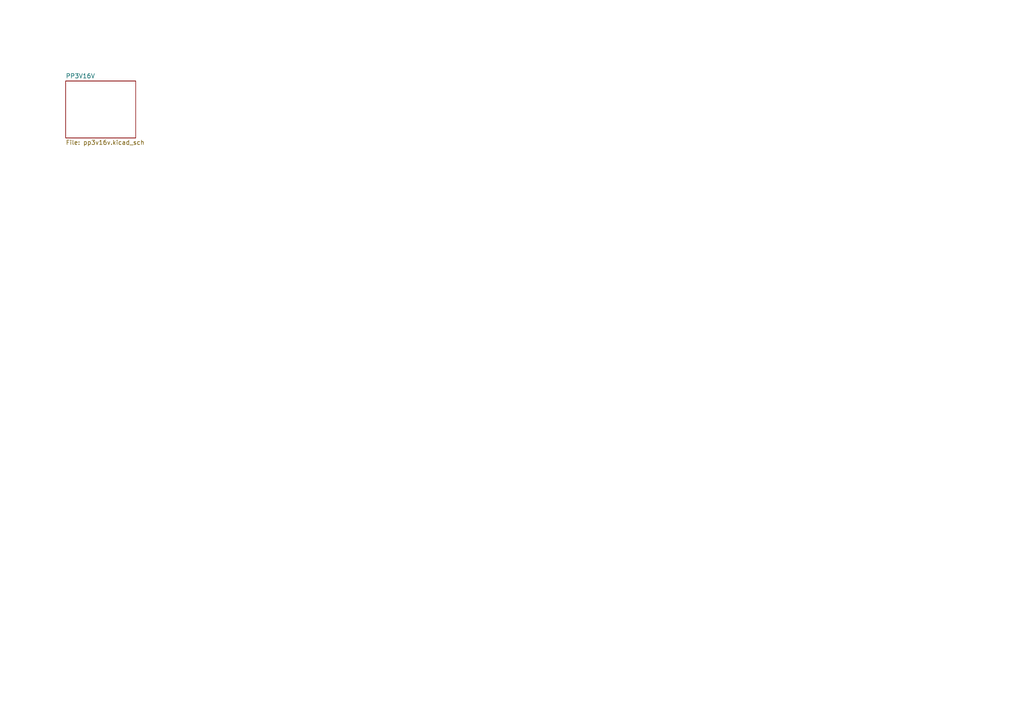
<source format=kicad_sch>
(kicad_sch
	(version 20231120)
	(generator "eeschema")
	(generator_version "8.0")
	(uuid "48ddfdd8-68fa-4e63-aa18-bc113cdf8cfa")
	(paper "A4")
	(lib_symbols)
	(sheet
		(at 19.05 23.495)
		(size 20.32 16.51)
		(fields_autoplaced yes)
		(stroke
			(width 0.1524)
			(type solid)
		)
		(fill
			(color 0 0 0 0.0000)
		)
		(uuid "542ec963-64f2-405e-acad-a2c979ff5c5c")
		(property "Sheetname" "PP3V16V"
			(at 19.05 22.7834 0)
			(effects
				(font
					(size 1.27 1.27)
				)
				(justify left bottom)
			)
		)
		(property "Sheetfile" "pp3v16v.kicad_sch"
			(at 19.05 40.5896 0)
			(effects
				(font
					(size 1.27 1.27)
				)
				(justify left top)
			)
		)
		(instances
			(project "Blocks"
				(path "/48ddfdd8-68fa-4e63-aa18-bc113cdf8cfa"
					(page "2")
				)
			)
		)
	)
	(sheet_instances
		(path "/"
			(page "1")
		)
	)
)

</source>
